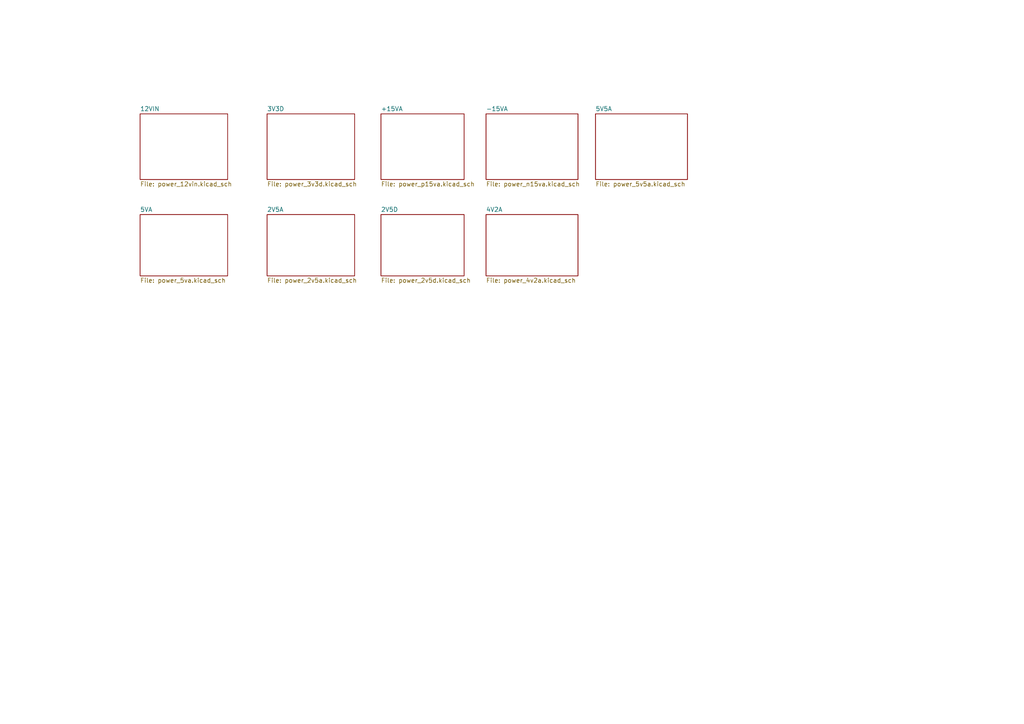
<source format=kicad_sch>
(kicad_sch
	(version 20250114)
	(generator "eeschema")
	(generator_version "9.0")
	(uuid "d1b48cf1-0aff-4d72-9936-e4f2f187716d")
	(paper "A4")
	(title_block
		(title "4 channel ADC Module")
		(date "2025-04-18")
		(rev "0.1")
		(company "NOIRLab")
		(comment 1 "Design: Braulio Cancino Vera - braulio.cancino@noirlab.edu")
	)
	(lib_symbols)
	(sheet
		(at 140.97 33.02)
		(size 26.67 19.05)
		(exclude_from_sim no)
		(in_bom yes)
		(on_board yes)
		(dnp no)
		(fields_autoplaced yes)
		(stroke
			(width 0.1524)
			(type solid)
		)
		(fill
			(color 0 0 0 0.0000)
		)
		(uuid "27065efc-1803-4089-8660-920494512b66")
		(property "Sheetname" "-15VA"
			(at 140.97 32.3084 0)
			(effects
				(font
					(size 1.27 1.27)
				)
				(justify left bottom)
			)
		)
		(property "Sheetfile" "power_n15va.kicad_sch"
			(at 140.97 52.6546 0)
			(effects
				(font
					(size 1.27 1.27)
				)
				(justify left top)
			)
		)
		(instances
			(project "adc_board_prot"
				(path "/c6949a33-abae-4c95-a3fe-c6f7de9ef0a5/27f874fd-a513-46bc-8f3a-9358794e114f"
					(page "10")
				)
			)
		)
	)
	(sheet
		(at 140.97 62.23)
		(size 26.67 17.78)
		(exclude_from_sim no)
		(in_bom yes)
		(on_board yes)
		(dnp no)
		(fields_autoplaced yes)
		(stroke
			(width 0.1524)
			(type solid)
		)
		(fill
			(color 0 0 0 0.0000)
		)
		(uuid "2e7609ae-89ed-42bb-b44a-acd5aef22fe0")
		(property "Sheetname" "4V2A"
			(at 140.97 61.5184 0)
			(effects
				(font
					(size 1.27 1.27)
				)
				(justify left bottom)
			)
		)
		(property "Sheetfile" "power_4v2a.kicad_sch"
			(at 140.97 80.5946 0)
			(effects
				(font
					(size 1.27 1.27)
				)
				(justify left top)
			)
		)
		(instances
			(project "adc_board_prot"
				(path "/c6949a33-abae-4c95-a3fe-c6f7de9ef0a5/27f874fd-a513-46bc-8f3a-9358794e114f"
					(page "15")
				)
			)
		)
	)
	(sheet
		(at 77.47 33.02)
		(size 25.4 19.05)
		(exclude_from_sim no)
		(in_bom yes)
		(on_board yes)
		(dnp no)
		(fields_autoplaced yes)
		(stroke
			(width 0.1524)
			(type solid)
		)
		(fill
			(color 0 0 0 0.0000)
		)
		(uuid "3ef669a6-8784-46cc-88a6-73e9c95cd39e")
		(property "Sheetname" "3V3D"
			(at 77.47 32.3084 0)
			(effects
				(font
					(size 1.27 1.27)
				)
				(justify left bottom)
			)
		)
		(property "Sheetfile" "power_3v3d.kicad_sch"
			(at 77.47 52.6546 0)
			(effects
				(font
					(size 1.27 1.27)
				)
				(justify left top)
			)
		)
		(instances
			(project "adc_board_prot"
				(path "/c6949a33-abae-4c95-a3fe-c6f7de9ef0a5/27f874fd-a513-46bc-8f3a-9358794e114f"
					(page "8")
				)
			)
		)
	)
	(sheet
		(at 77.47 62.23)
		(size 25.4 17.78)
		(exclude_from_sim no)
		(in_bom yes)
		(on_board yes)
		(dnp no)
		(fields_autoplaced yes)
		(stroke
			(width 0.1524)
			(type solid)
		)
		(fill
			(color 0 0 0 0.0000)
		)
		(uuid "5395c3a5-2c05-43c2-9ecb-a75782773ba8")
		(property "Sheetname" "2V5A"
			(at 77.47 61.5184 0)
			(effects
				(font
					(size 1.27 1.27)
				)
				(justify left bottom)
			)
		)
		(property "Sheetfile" "power_2v5a.kicad_sch"
			(at 77.47 80.5946 0)
			(effects
				(font
					(size 1.27 1.27)
				)
				(justify left top)
			)
		)
		(instances
			(project "adc_board_prot"
				(path "/c6949a33-abae-4c95-a3fe-c6f7de9ef0a5/27f874fd-a513-46bc-8f3a-9358794e114f"
					(page "13")
				)
			)
		)
	)
	(sheet
		(at 40.64 33.02)
		(size 25.4 19.05)
		(exclude_from_sim no)
		(in_bom yes)
		(on_board yes)
		(dnp no)
		(fields_autoplaced yes)
		(stroke
			(width 0.1524)
			(type solid)
		)
		(fill
			(color 0 0 0 0.0000)
		)
		(uuid "64812f56-e118-4c16-90e7-a9df7ce0aca3")
		(property "Sheetname" "12VIN"
			(at 40.64 32.3084 0)
			(effects
				(font
					(size 1.27 1.27)
				)
				(justify left bottom)
			)
		)
		(property "Sheetfile" "power_12vin.kicad_sch"
			(at 40.64 52.6546 0)
			(effects
				(font
					(size 1.27 1.27)
				)
				(justify left top)
			)
		)
		(instances
			(project "adc_board_prot"
				(path "/c6949a33-abae-4c95-a3fe-c6f7de9ef0a5/27f874fd-a513-46bc-8f3a-9358794e114f"
					(page "7")
				)
			)
		)
	)
	(sheet
		(at 40.64 62.23)
		(size 25.4 17.78)
		(exclude_from_sim no)
		(in_bom yes)
		(on_board yes)
		(dnp no)
		(fields_autoplaced yes)
		(stroke
			(width 0.1524)
			(type solid)
		)
		(fill
			(color 0 0 0 0.0000)
		)
		(uuid "7e1914fe-6890-4e71-b744-62a7ed99835a")
		(property "Sheetname" "5VA"
			(at 40.64 61.5184 0)
			(effects
				(font
					(size 1.27 1.27)
				)
				(justify left bottom)
			)
		)
		(property "Sheetfile" "power_5va.kicad_sch"
			(at 40.64 80.5946 0)
			(effects
				(font
					(size 1.27 1.27)
				)
				(justify left top)
			)
		)
		(instances
			(project "adc_board_prot"
				(path "/c6949a33-abae-4c95-a3fe-c6f7de9ef0a5/27f874fd-a513-46bc-8f3a-9358794e114f"
					(page "12")
				)
			)
		)
	)
	(sheet
		(at 110.49 62.23)
		(size 24.13 17.78)
		(exclude_from_sim no)
		(in_bom yes)
		(on_board yes)
		(dnp no)
		(fields_autoplaced yes)
		(stroke
			(width 0.1524)
			(type solid)
		)
		(fill
			(color 0 0 0 0.0000)
		)
		(uuid "a05afc58-64df-4bd8-931d-783409d368c1")
		(property "Sheetname" "2V5D"
			(at 110.49 61.5184 0)
			(effects
				(font
					(size 1.27 1.27)
				)
				(justify left bottom)
			)
		)
		(property "Sheetfile" "power_2v5d.kicad_sch"
			(at 110.49 80.5946 0)
			(effects
				(font
					(size 1.27 1.27)
				)
				(justify left top)
			)
		)
		(instances
			(project "adc_board_prot"
				(path "/c6949a33-abae-4c95-a3fe-c6f7de9ef0a5/27f874fd-a513-46bc-8f3a-9358794e114f"
					(page "14")
				)
			)
		)
	)
	(sheet
		(at 110.49 33.02)
		(size 24.13 19.05)
		(exclude_from_sim no)
		(in_bom yes)
		(on_board yes)
		(dnp no)
		(fields_autoplaced yes)
		(stroke
			(width 0.1524)
			(type solid)
		)
		(fill
			(color 0 0 0 0.0000)
		)
		(uuid "cf5edaa6-938f-44f3-a036-5579ffe5180c")
		(property "Sheetname" "+15VA"
			(at 110.49 32.3084 0)
			(effects
				(font
					(size 1.27 1.27)
				)
				(justify left bottom)
			)
		)
		(property "Sheetfile" "power_p15va.kicad_sch"
			(at 110.49 52.6546 0)
			(effects
				(font
					(size 1.27 1.27)
				)
				(justify left top)
			)
		)
		(instances
			(project "adc_board_prot"
				(path "/c6949a33-abae-4c95-a3fe-c6f7de9ef0a5/27f874fd-a513-46bc-8f3a-9358794e114f"
					(page "9")
				)
			)
		)
	)
	(sheet
		(at 172.72 33.02)
		(size 26.67 19.05)
		(exclude_from_sim no)
		(in_bom yes)
		(on_board yes)
		(dnp no)
		(fields_autoplaced yes)
		(stroke
			(width 0.1524)
			(type solid)
		)
		(fill
			(color 0 0 0 0.0000)
		)
		(uuid "d09bb773-d31c-4e2e-a3e1-4824585fef4b")
		(property "Sheetname" "5V5A"
			(at 172.72 32.3084 0)
			(effects
				(font
					(size 1.27 1.27)
				)
				(justify left bottom)
			)
		)
		(property "Sheetfile" "power_5v5a.kicad_sch"
			(at 172.72 52.6546 0)
			(effects
				(font
					(size 1.27 1.27)
				)
				(justify left top)
			)
		)
		(instances
			(project "adc_board_prot"
				(path "/c6949a33-abae-4c95-a3fe-c6f7de9ef0a5/27f874fd-a513-46bc-8f3a-9358794e114f"
					(page "11")
				)
			)
		)
	)
)

</source>
